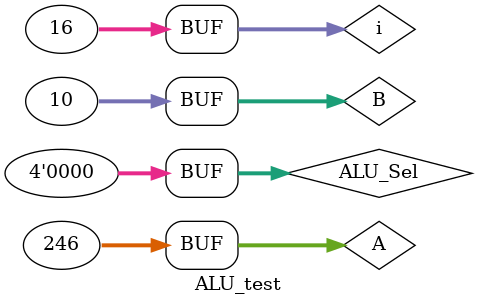
<source format=v>

`timescale 1ns / 1ps  

module ALU_test();
//Inputs
 reg[31:0] A,B;
 reg[3:0] ALU_Sel;

//Outputs
 wire[7:0] ALU_Out;
 wire CarryOut;
 // Verilog code for ALU
 integer i;
 ALU test_unit(
            A,B,  // ALU 8-bit Inputs                 
            ALU_Sel,// ALU Selection
            ALU_Out, // ALU 8-bit Output
            CarryOut // Carry Out Flag
     );
    initial begin
    // hold reset state for 100 ns.
      A = 8'h0A;
      B = 4'h02;
      ALU_Sel = 4'h0;
      
      for (i=0;i<=15;i=i+1)
      begin
       ALU_Sel = ALU_Sel + 8'h01;
       #10;
      end;
      
      A = 8'hF6;
      B = 8'h0A;
      
    end
endmodule
</source>
